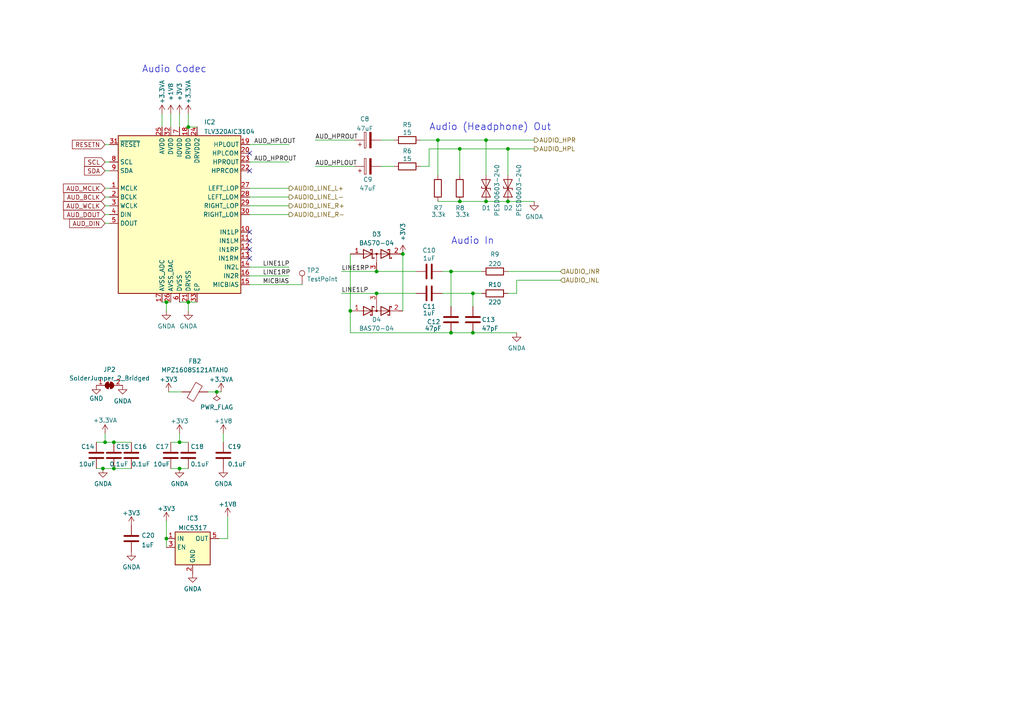
<source format=kicad_sch>
(kicad_sch (version 20211123) (generator eeschema)
  (paper "A4")
  (lib_symbols
    (symbol "Bela:MIC5317"
      (property "Reference" "U" (at 0 0 0))
      (property "Value" "MIC5317" (at 0 0 0))
      (symbol "MIC5317_0_1"
        (rectangle (start -5.08 -1.905) (end 5.08 -11.43) (stroke (width 0.254)) (fill (type background)))
      )
      (symbol "MIC5317_1_1"
        (pin power_in line (at -7.62 -3.81 0) (length 2.54) (name "IN") (number "1"))
        (pin power_in line (at 0 -13.97 90) (length 2.54) (name "GND") (number "2"))
        (pin input line (at -7.62 -6.35 0) (length 2.54) (name "EN") (number "3"))
        (pin power_out line (at 7.62 -3.81 180) (length 2.54) (name "OUT") (number "5"))
      )
    )
    (symbol "Bela:TLV320AIC3104"
      (property "Reference" "U" (at 0 0 0))
      (property "Value" "TLV320AIC3104" (at 0 0 0))
      (symbol "TLV320AIC3104_0_1"
        (rectangle (start -17.78 -13.97) (end 17.78 -59.69) (stroke (width 0.254)) (fill (type background)))
      )
      (symbol "TLV320AIC3104_1_1"
        (pin input line (at -20.32 -29.21 0) (length 2.54) (name "MCLK") (number "1"))
        (pin input line (at 20.32 -41.91 180) (length 2.54) (name "IN1LP") (number "10"))
        (pin input line (at 20.32 -44.45 180) (length 2.54) (name "IN1LM") (number "11"))
        (pin input line (at 20.32 -46.99 180) (length 2.54) (name "IN1RP") (number "12"))
        (pin input line (at 20.32 -49.53 180) (length 2.54) (name "IN1RM") (number "13"))
        (pin input line (at 20.32 -52.07 180) (length 2.54) (name "IN2L") (number "14"))
        (pin power_out line (at 20.32 -57.15 180) (length 2.54) (name "MICBIAS") (number "15"))
        (pin input line (at 20.32 -54.61 180) (length 2.54) (name "IN2R") (number "16"))
        (pin power_in line (at -5.08 -62.23 90) (length 2.54) (name "AVSS_ADC") (number "17"))
        (pin power_in line (at 2.54 -11.43 270) (length 2.54) (name "DRVDD") (number "18"))
        (pin output line (at 20.32 -16.51 180) (length 2.54) (name "HPLOUT") (number "19"))
        (pin bidirectional line (at -20.32 -31.75 0) (length 2.54) (name "BCLK") (number "2"))
        (pin output line (at 20.32 -19.05 180) (length 2.54) (name "HPLCOM") (number "20"))
        (pin power_in line (at 2.54 -62.23 90) (length 2.54) (name "DRVSS") (number "21"))
        (pin output line (at 20.32 -24.13 180) (length 2.54) (name "HPRCOM") (number "22"))
        (pin output line (at 20.32 -21.59 180) (length 2.54) (name "HPROUT") (number "23"))
        (pin power_in line (at 5.08 -11.43 270) (length 2.54) (name "DRVDD2") (number "24"))
        (pin power_in line (at -5.08 -11.43 270) (length 2.54) (name "AVDD") (number "25"))
        (pin power_in line (at -2.54 -62.23 90) (length 2.54) (name "AVSS_DAC") (number "26"))
        (pin output line (at 20.32 -29.21 180) (length 2.54) (name "LEFT_LOP") (number "27"))
        (pin output line (at 20.32 -31.75 180) (length 2.54) (name "LEFT_LOM") (number "28"))
        (pin output line (at 20.32 -34.29 180) (length 2.54) (name "RIGHT_LOP") (number "29"))
        (pin bidirectional line (at -20.32 -34.29 0) (length 2.54) (name "WCLK") (number "3"))
        (pin output line (at 20.32 -36.83 180) (length 2.54) (name "RIGHT_LOM") (number "30"))
        (pin input line (at -20.32 -16.51 0) (length 2.54) (name "~{RESET}") (number "31"))
        (pin power_in line (at -2.54 -11.43 270) (length 2.54) (name "DVDD") (number "32"))
        (pin power_in line (at 5.08 -62.23 90) (length 2.54) (name "EP") (number "33"))
        (pin input line (at -20.32 -36.83 0) (length 2.54) (name "DIN") (number "4"))
        (pin output line (at -20.32 -39.37 0) (length 2.54) (name "DOUT") (number "5"))
        (pin power_in line (at 0 -62.23 90) (length 2.54) (name "DVSS") (number "6"))
        (pin power_in line (at 0 -11.43 270) (length 2.54) (name "IOVDD") (number "7"))
        (pin bidirectional line (at -20.32 -21.59 0) (length 2.54) (name "SCL") (number "8"))
        (pin bidirectional line (at -20.32 -24.13 0) (length 2.54) (name "SDA") (number "9"))
      )
    )
    (symbol "Connector:TestPoint" (pin_numbers hide) (pin_names (offset 0.762) hide)
      (property "Reference" "TP" (at 0 6.858 0))
      (property "Value" "TestPoint" (at 0 5.08 0))
      (symbol "TestPoint_0_1"
        (circle (center 0 3.302) (radius 0.762))
      )
      (symbol "TestPoint_1_1"
        (pin passive line (at 0 0 90) (length 2.54) (name "1") (number "1"))
      )
    )
    (symbol "Device:C" (pin_numbers hide) (pin_names (offset 0.254))
      (property "Reference" "C" (at 0.635 2.54 0))
      (property "Value" "C" (at 0.635 -2.54 0))
      (symbol "C_0_1"
        (polyline (pts (xy -2.032 -0.762) (xy 2.032 -0.762)) (stroke (width 0.508)))
        (polyline (pts (xy -2.032 0.762) (xy 2.032 0.762)) (stroke (width 0.508)))
      )
      (symbol "C_1_1"
        (pin passive line (at 0 3.81 270) (length 2.794) (name "~") (number "1"))
        (pin passive line (at 0 -3.81 90) (length 2.794) (name "~") (number "2"))
      )
    )
    (symbol "Device:C_Polarized" (pin_numbers hide) (pin_names (offset 0.254))
      (property "Reference" "C" (at 0.635 2.54 0))
      (property "Value" "C_Polarized" (at 0.635 -2.54 0))
      (symbol "C_Polarized_0_1"
        (rectangle (start -2.286 0.508) (end 2.286 1.016))
        (polyline (pts (xy -1.778 2.286) (xy -0.762 2.286)))
        (polyline (pts (xy -1.27 2.794) (xy -1.27 1.778)))
        (rectangle (start 2.286 -0.508) (end -2.286 -1.016) (fill (type outline)))
      )
      (symbol "C_Polarized_1_1"
        (pin passive line (at 0 3.81 270) (length 2.794) (name "~") (number "1"))
        (pin passive line (at 0 -3.81 90) (length 2.794) (name "~") (number "2"))
      )
    )
    (symbol "Device:D_Schottky_Dual_Series_AKC" (pin_names (offset 0.762) hide)
      (property "Reference" "D" (at 1.27 -2.54 0))
      (property "Value" "D_Schottky_Dual_Series_AKC" (at 0 2.54 0))
      (symbol "D_Schottky_Dual_Series_AKC_0_1"
        (polyline (pts (xy -3.81 0) (xy 3.81 0)))
        (polyline (pts (xy 0 0) (xy 0 -2.54)))
        (polyline (pts (xy 6.35 0) (xy 7.62 0)))
        (polyline (pts (xy -1.27 -1.27) (xy -1.27 1.27) (xy -1.27 1.27)) (stroke (width 0.254)))
        (polyline (pts (xy 3.81 1.27) (xy 3.81 -1.27) (xy 3.81 -1.27)) (stroke (width 0.254)))
        (polyline (pts (xy -1.27 -1.27) (xy -0.762 -1.27) (xy -0.762 -1.016) (xy -0.762 -1.016)) (stroke (width 0.254)))
        (polyline (pts (xy 3.81 -1.27) (xy 4.318 -1.27) (xy 4.318 -1.016) (xy 4.318 -1.016)) (stroke (width 0.254)))
        (polyline (pts (xy 3.81 1.27) (xy 3.302 1.27) (xy 3.302 1.016) (xy 3.302 1.016)) (stroke (width 0.254)))
        (polyline (pts (xy -1.778 1.016) (xy -1.778 1.27) (xy -1.27 1.27) (xy -1.27 1.27) (xy -1.27 1.27)) (stroke (width 0.254)))
        (polyline (pts (xy -3.81 1.27) (xy -1.27 0) (xy -3.81 -1.27) (xy -3.81 1.27) (xy -3.81 1.27) (xy -3.81 1.27)) (stroke (width 0.254)))
        (polyline (pts (xy 1.27 1.27) (xy 3.81 0) (xy 1.27 -1.27) (xy 1.27 1.27) (xy 1.27 1.27) (xy 1.27 1.27)) (stroke (width 0.254)))
        (circle (center 0 0) (radius 0.254) (fill (type outline)))
        (pin passive line (at -7.62 0 0) (length 3.81) (name "A") (number "1"))
        (pin passive line (at 7.62 0 180) (length 3.81) (name "K") (number "2"))
        (pin passive line (at 0 -5.08 90) (length 2.54) (name "common") (number "3"))
      )
    )
    (symbol "Device:FerriteBead" (pin_numbers hide) (pin_names (offset 0))
      (property "Reference" "FB" (at -3.81 0.635 90))
      (property "Value" "FerriteBead" (at 3.81 0 90))
      (symbol "FerriteBead_0_1"
        (polyline (pts (xy 0 -1.27) (xy 0 -1.2192)))
        (polyline (pts (xy 0 1.27) (xy 0 1.2954)))
        (polyline (pts (xy -2.7686 0.4064) (xy -1.7018 2.2606) (xy 2.7686 -0.3048) (xy 1.6764 -2.159) (xy -2.7686 0.4064)))
      )
      (symbol "FerriteBead_1_1"
        (pin passive line (at 0 3.81 270) (length 2.54) (name "~") (number "1"))
        (pin passive line (at 0 -3.81 90) (length 2.54) (name "~") (number "2"))
      )
    )
    (symbol "Device:R" (pin_numbers hide) (pin_names (offset 0))
      (property "Reference" "R" (at 2.032 0 90))
      (property "Value" "R" (at 0 0 90))
      (symbol "R_0_1"
        (rectangle (start -1.016 -2.54) (end 1.016 2.54) (stroke (width 0.254)))
      )
      (symbol "R_1_1"
        (pin passive line (at 0 3.81 270) (length 1.27) (name "~") (number "1"))
        (pin passive line (at 0 -3.81 90) (length 1.27) (name "~") (number "2"))
      )
    )
    (symbol "Diode:ESD9B5.0ST5G" (pin_numbers hide) (pin_names (offset 1.016) hide)
      (property "Reference" "D" (at 0 2.54 0))
      (property "Value" "ESD9B5.0ST5G" (at 0 -2.54 0))
      (symbol "ESD9B5.0ST5G_0_1"
        (polyline (pts (xy 1.27 0) (xy -1.27 0)))
        (polyline (pts (xy -2.54 -1.27) (xy 0 0) (xy -2.54 1.27) (xy -2.54 -1.27)) (stroke (width 0.2032)))
        (polyline (pts (xy 0.508 1.27) (xy 0 1.27) (xy 0 -1.27) (xy -0.508 -1.27)) (stroke (width 0.2032)))
        (polyline (pts (xy 2.54 1.27) (xy 2.54 -1.27) (xy 0 0) (xy 2.54 1.27)) (stroke (width 0.2032)))
      )
      (symbol "ESD9B5.0ST5G_1_1"
        (pin passive line (at -3.81 0 0) (length 2.54) (name "A1") (number "1"))
        (pin passive line (at 3.81 0 180) (length 2.54) (name "A2") (number "2"))
      )
    )
    (symbol "Jumper:SolderJumper_2_Bridged" (pin_names (offset 0) hide)
      (property "Reference" "JP" (at 0 2.032 0))
      (property "Value" "SolderJumper_2_Bridged" (at 0 -2.54 0))
      (symbol "SolderJumper_2_Bridged_0_1"
        (rectangle (start -0.508 0.508) (end 0.508 -0.508) (fill (type outline)))
        (arc (start -0.254 1.016) (mid -1.27 0) (end -0.254 -1.016))
        (arc (start -0.254 1.016) (mid -1.27 0) (end -0.254 -1.016) (fill (type outline)))
        (polyline (pts (xy -0.254 1.016) (xy -0.254 -1.016)))
        (polyline (pts (xy 0.254 1.016) (xy 0.254 -1.016)))
        (arc (start 0.254 -1.016) (mid 1.27 0) (end 0.254 1.016))
        (arc (start 0.254 -1.016) (mid 1.27 0) (end 0.254 1.016) (fill (type outline)))
      )
      (symbol "SolderJumper_2_Bridged_1_1"
        (pin passive line (at -3.81 0 0) (length 2.54) (name "A") (number "1"))
        (pin passive line (at 3.81 0 180) (length 2.54) (name "B") (number "2"))
      )
    )
    (symbol "power:+1V8" (power) (pin_names (offset 0))
      (property "Value" "+1V8" (at 0 3.556 0))
      (symbol "+1V8_0_1"
        (polyline (pts (xy -0.762 1.27) (xy 0 2.54)))
        (polyline (pts (xy 0 0) (xy 0 2.54)))
        (polyline (pts (xy 0 2.54) (xy 0.762 1.27)))
      )
      (symbol "+1V8_1_1"
        (pin power_in line (at 0 0 90) (length 0) hide (name "+1V8") (number "1"))
      )
    )
    (symbol "power:+3.3VA" (power) (pin_names (offset 0))
      (property "Value" "+3.3VA" (at 0 3.556 0))
      (symbol "+3.3VA_0_1"
        (polyline (pts (xy -0.762 1.27) (xy 0 2.54)))
        (polyline (pts (xy 0 0) (xy 0 2.54)))
        (polyline (pts (xy 0 2.54) (xy 0.762 1.27)))
      )
      (symbol "+3.3VA_1_1"
        (pin power_in line (at 0 0 90) (length 0) hide (name "+3.3VA") (number "1"))
      )
    )
    (symbol "power:+3V3" (power) (pin_names (offset 0))
      (property "Value" "+3V3" (at 0 3.556 0))
      (symbol "+3V3_0_1"
        (polyline (pts (xy -0.762 1.27) (xy 0 2.54)))
        (polyline (pts (xy 0 0) (xy 0 2.54)))
        (polyline (pts (xy 0 2.54) (xy 0.762 1.27)))
      )
      (symbol "+3V3_1_1"
        (pin power_in line (at 0 0 90) (length 0) hide (name "+3V3") (number "1"))
      )
    )
    (symbol "power:GND" (power) (pin_names (offset 0))
      (property "Value" "GND" (at 0 -3.81 0))
      (symbol "GND_0_1"
        (polyline (pts (xy 0 0) (xy 0 -1.27) (xy 1.27 -1.27) (xy 0 -2.54) (xy -1.27 -1.27) (xy 0 -1.27)))
      )
      (symbol "GND_1_1"
        (pin power_in line (at 0 0 270) (length 0) hide (name "GND") (number "1"))
      )
    )
    (symbol "power:GNDA" (power) (pin_names (offset 0))
      (property "Value" "GNDA" (at 0 -3.81 0))
      (symbol "GNDA_0_1"
        (polyline (pts (xy 0 0) (xy 0 -1.27) (xy 1.27 -1.27) (xy 0 -2.54) (xy -1.27 -1.27) (xy 0 -1.27)))
      )
      (symbol "GNDA_1_1"
        (pin power_in line (at 0 0 270) (length 0) hide (name "GNDA") (number "1"))
      )
    )
    (symbol "power:PWR_FLAG" (power) (pin_numbers hide) (pin_names (offset 0) hide)
      (property "Value" "PWR_FLAG" (at 0 3.81 0))
      (symbol "PWR_FLAG_0_0"
        (pin power_out line (at 0 0 90) (length 0) (name "pwr") (number "1"))
      )
      (symbol "PWR_FLAG_0_1"
        (polyline (pts (xy 0 0) (xy 0 1.27) (xy -1.016 1.905) (xy 0 2.54) (xy 1.016 1.905) (xy 0 1.27)))
      )
    )
  )
  (junction (at 130.81 78.74))
  (junction (at 54.61 36.83))
  (junction (at 133.35 58.42))
  (junction (at 52.07 135.89))
  (junction (at 140.97 58.42))
  (junction (at 137.16 96.52))
  (junction (at 130.81 96.52))
  (junction (at 33.02 135.89))
  (junction (at 33.02 128.27))
  (junction (at 147.32 58.42))
  (junction (at 54.61 87.63))
  (junction (at 29.8512 135.89))
  (junction (at 116.84 73.66))
  (junction (at 48.26 156.21))
  (junction (at 127 40.64))
  (junction (at 109.22 78.74))
  (junction (at 62.865 113.665))
  (junction (at 137.16 85.09))
  (junction (at 48.26 87.63))
  (junction (at 101.6 90.17))
  (junction (at 147.32 43.18))
  (junction (at 52.07 128.27))
  (junction (at 133.35 43.18))
  (junction (at 109.22 85.09))
  (junction (at 140.97 40.64))
  (junction (at 30.48 128.27))
  (no_connect (at 72.39 67.31))
  (no_connect (at 72.39 69.85))
  (no_connect (at 72.39 72.39))
  (no_connect (at 72.39 74.93))
  (no_connect (at 72.39 44.45))
  (no_connect (at 72.39 49.53))
  (wire (pts (xy 30.48 125.73) (xy 30.48 128.27)))
  (wire (pts (xy 130.81 78.74) (xy 130.81 88.9)))
  (wire (pts (xy 149.86 85.09) (xy 149.86 81.28)))
  (wire (pts (xy 140.97 40.64) (xy 154.94 40.64)))
  (wire (pts (xy 62.865 113.665) (xy 64.135 113.665)))
  (wire (pts (xy 147.32 43.18) (xy 154.94 43.18)))
  (wire (pts (xy 116.84 73.66) (xy 116.84 90.17)))
  (wire (pts (xy 54.61 87.63) (xy 54.61 90.17)))
  (wire (pts (xy 133.35 43.18) (xy 133.35 50.8)))
  (wire (pts (xy 30.48 49.53) (xy 31.75 49.53)))
  (wire (pts (xy 54.61 33.02) (xy 54.61 36.83)))
  (wire (pts (xy 72.39 46.99) (xy 83.82 46.99)))
  (wire (pts (xy 49.53 33.02) (xy 49.53 36.83)))
  (wire (pts (xy 91.44 40.64) (xy 102.87 40.64)))
  (wire (pts (xy 30.48 62.23) (xy 31.75 62.23)))
  (wire (pts (xy 147.32 43.18) (xy 147.32 50.8)))
  (wire (pts (xy 130.81 96.52) (xy 137.16 96.52)))
  (wire (pts (xy 52.07 33.02) (xy 52.07 36.83)))
  (wire (pts (xy 48.26 87.63) (xy 49.53 87.63)))
  (wire (pts (xy 30.48 64.77) (xy 31.75 64.77)))
  (wire (pts (xy 49.53 128.27) (xy 52.07 128.27)))
  (wire (pts (xy 30.48 54.61) (xy 31.75 54.61)))
  (wire (pts (xy 72.39 41.91) (xy 83.82 41.91)))
  (wire (pts (xy 30.48 46.99) (xy 31.75 46.99)))
  (wire (pts (xy 48.26 151.13) (xy 48.26 156.21)))
  (wire (pts (xy 63.5 156.21) (xy 66.04 156.21)))
  (wire (pts (xy 33.02 128.27) (xy 38.1 128.27)))
  (wire (pts (xy 140.97 58.42) (xy 147.32 58.42)))
  (wire (pts (xy 49.53 135.89) (xy 52.07 135.89)))
  (wire (pts (xy 147.32 58.42) (xy 154.94 58.42)))
  (wire (pts (xy 137.16 96.52) (xy 149.86 96.52)))
  (wire (pts (xy 121.92 40.64) (xy 127 40.64)))
  (wire (pts (xy 72.39 57.15) (xy 83.82 57.15)))
  (wire (pts (xy 127 58.42) (xy 133.35 58.42)))
  (wire (pts (xy 140.97 40.64) (xy 140.97 50.8)))
  (wire (pts (xy 110.49 40.64) (xy 114.3 40.64)))
  (wire (pts (xy 101.6 96.52) (xy 130.81 96.52)))
  (wire (pts (xy 72.39 59.69) (xy 83.82 59.69)))
  (wire (pts (xy 48.26 156.21) (xy 48.26 158.75)))
  (wire (pts (xy 91.44 48.26) (xy 102.87 48.26)))
  (wire (pts (xy 46.99 33.02) (xy 46.99 36.83)))
  (wire (pts (xy 33.02 135.89) (xy 38.1 135.89)))
  (wire (pts (xy 124.46 48.26) (xy 124.46 43.18)))
  (wire (pts (xy 52.07 87.63) (xy 54.61 87.63)))
  (wire (pts (xy 147.32 85.09) (xy 149.86 85.09)))
  (wire (pts (xy 52.07 128.27) (xy 54.61 128.27)))
  (wire (pts (xy 48.26 87.63) (xy 48.26 90.17)))
  (wire (pts (xy 52.07 135.89) (xy 54.61 135.89)))
  (wire (pts (xy 30.48 57.15) (xy 31.75 57.15)))
  (wire (pts (xy 52.07 125.73) (xy 52.07 128.27)))
  (wire (pts (xy 48.895 113.665) (xy 52.705 113.665)))
  (wire (pts (xy 54.61 36.83) (xy 57.15 36.83)))
  (wire (pts (xy 99.06 78.74) (xy 109.22 78.74)))
  (wire (pts (xy 30.48 59.69) (xy 31.75 59.69)))
  (wire (pts (xy 133.35 58.42) (xy 140.97 58.42)))
  (wire (pts (xy 72.39 62.23) (xy 83.82 62.23)))
  (wire (pts (xy 128.27 78.74) (xy 130.81 78.74)))
  (wire (pts (xy 137.16 85.09) (xy 137.16 88.9)))
  (wire (pts (xy 130.81 78.74) (xy 139.7 78.74)))
  (wire (pts (xy 101.6 90.17) (xy 101.6 96.52)))
  (wire (pts (xy 60.325 113.665) (xy 62.865 113.665)))
  (wire (pts (xy 124.46 43.18) (xy 133.35 43.18)))
  (wire (pts (xy 29.8512 135.89) (xy 33.02 135.89)))
  (wire (pts (xy 109.22 85.09) (xy 120.65 85.09)))
  (wire (pts (xy 27.94 128.27) (xy 30.48 128.27)))
  (wire (pts (xy 147.32 78.74) (xy 162.56 78.74)))
  (wire (pts (xy 127 40.64) (xy 127 50.8)))
  (wire (pts (xy 30.48 128.27) (xy 33.02 128.27)))
  (wire (pts (xy 72.39 54.61) (xy 83.82 54.61)))
  (wire (pts (xy 72.39 80.01) (xy 83.82 80.01)))
  (wire (pts (xy 101.6 73.66) (xy 101.6 90.17)))
  (wire (pts (xy 66.04 156.21) (xy 66.04 149.86)))
  (wire (pts (xy 127 40.64) (xy 140.97 40.64)))
  (wire (pts (xy 27.94 135.89) (xy 29.8512 135.89)))
  (wire (pts (xy 149.86 81.28) (xy 162.56 81.28)))
  (wire (pts (xy 54.61 87.63) (xy 57.15 87.63)))
  (wire (pts (xy 72.39 77.47) (xy 83.82 77.47)))
  (wire (pts (xy 110.49 48.26) (xy 114.3 48.26)))
  (wire (pts (xy 137.16 85.09) (xy 139.7 85.09)))
  (wire (pts (xy 99.06 85.09) (xy 109.22 85.09)))
  (wire (pts (xy 121.92 48.26) (xy 124.46 48.26)))
  (wire (pts (xy 109.22 78.74) (xy 120.65 78.74)))
  (wire (pts (xy 46.99 87.63) (xy 48.26 87.63)))
  (wire (pts (xy 133.35 43.18) (xy 147.32 43.18)))
  (wire (pts (xy 72.39 82.55) (xy 87.63 82.55)))
  (wire (pts (xy 30.48 41.91) (xy 31.75 41.91)))
  (wire (pts (xy 128.27 85.09) (xy 137.16 85.09)))
  (wire (pts (xy 64.77 125.73) (xy 64.77 128.27)))
  (text "Audio (Headphone) Out" (at 124.46 38.1 0) (effects (font (size 2 2)) (justify left bottom)))
  (text "Audio In" (at 130.81 71.12 0) (effects (font (size 2 2)) (justify left bottom)))
  (text "Audio Codec" (at 41.148 21.336 0) (effects (font (size 2 2)) (justify left bottom)))
  (label "LINE1LP" (at 99.06 85.09 0))
  (label "AUD_HPLOUT" (at 73.66 41.91 0))
  (label "MICBIAS" (at 76.2 82.55 0))
  (label "LINE1RP" (at 99.06 78.74 0))
  (label "AUD_HPLOUT" (at 91.44 48.26 0))
  (label "AUD_HPROUT" (at 91.44 40.64 0))
  (label "AUD_HPROUT" (at 73.66 46.99 0))
  (label "LINE1LP" (at 76.2 77.47 0))
  (label "LINE1RP" (at 76.2 80.01 0))
  (global_label "AUD_DOUT" (shape input) (at 30.48 62.23 180) (property "Intersheet References" "${INTERSHEET_REFS}" (effects hide)))
  (global_label "AUD_BCLK" (shape input) (at 30.48 57.15 180) (property "Intersheet References" "${INTERSHEET_REFS}" (effects hide)))
  (global_label "RESETN" (shape input) (at 30.48 41.91 180) (property "Intersheet References" "${INTERSHEET_REFS}" (effects hide)))
  (global_label "SCL" (shape input) (at 30.48 46.99 180) (property "Intersheet References" "${INTERSHEET_REFS}" (effects hide)))
  (global_label "AUD_MCLK" (shape input) (at 30.48 54.61 180) (property "Intersheet References" "${INTERSHEET_REFS}" (effects hide)))
  (global_label "AUD_WCLK" (shape input) (at 30.48 59.69 180) (property "Intersheet References" "${INTERSHEET_REFS}" (effects hide)))
  (global_label "AUD_DIN" (shape input) (at 30.48 64.77 180) (property "Intersheet References" "${INTERSHEET_REFS}" (effects hide)))
  (global_label "SDA" (shape input) (at 30.48 49.53 180) (property "Intersheet References" "${INTERSHEET_REFS}" (effects hide)))
  (hierarchical_label "AUDIO_LINE_L-" (shape output) (at 83.82 57.15 0))
  (hierarchical_label "AUDIO_INR" (shape input) (at 162.56 78.74 0))
  (hierarchical_label "AUDIO_HPL" (shape output) (at 154.94 43.18 0))
  (hierarchical_label "AUDIO_INL" (shape input) (at 162.56 81.28 0))
  (hierarchical_label "AUDIO_LINE_L+" (shape output) (at 83.82 54.61 0))
  (hierarchical_label "AUDIO_LINE_R-" (shape output) (at 83.82 62.23 0))
  (hierarchical_label "AUDIO_HPR" (shape output) (at 154.94 40.64 0))
  (hierarchical_label "AUDIO_LINE_R+" (shape output) (at 83.82 59.69 0))
  (symbol (lib_id "power:+1V8") (at 64.77 125.73 0) (unit 1)
    (property "Reference" "#PWR022" (effects hide))
    (property "Value" "+1V8" (at 64.77 122.1255 0))
  )
  (symbol (lib_id "Device:C") (at 137.16 92.71 180) (unit 1)
    (property "Reference" "C13" (at 139.7 92.71 0) (effects (justify right)))
    (property "Value" "47pF" (at 139.7 95.25 0) (effects (justify right)))
    (property "Footprint" "Capacitor_SMD:C_0603_1608Metric" (effects hide))
  )
  (symbol (lib_id "Device:C") (at 27.94 132.08 0) (unit 1)
    (property "Reference" "C14" (at 23.495 129.54 0) (effects (justify left)))
    (property "Value" "10uF" (at 22.86 134.62 0) (effects (justify left)))
    (property "Footprint" "Capacitor_SMD:C_0603_1608Metric" (effects hide))
  )
  (symbol (lib_id "Device:R") (at 118.11 40.64 270) (unit 1)
    (property "Reference" "R5" (at 118.11 36.195 90))
    (property "Value" "15" (at 118.11 38.4326 90))
    (property "Footprint" "Resistor_SMD:R_0603_1608Metric" (effects hide))
  )
  (symbol (lib_id "Connector:TestPoint") (at 87.63 82.55 0) (unit 1)
    (property "Reference" "TP2" (at 89.027 78.4133 0) (effects (justify left)))
    (property "Value" "TestPoint" (at 89.027 80.9502 0) (effects (justify left)))
    (property "Footprint" "TestPoint:TestPoint_THTPad_D2.0mm_Drill1.0mm" (effects hide))
  )
  (symbol (lib_id "Device:C") (at 38.1 132.08 0) (unit 1)
    (property "Reference" "C16" (at 38.735 129.54 0) (effects (justify left)))
    (property "Value" "0.1uF" (at 38.1 134.62 0) (effects (justify left)))
    (property "Footprint" "Capacitor_SMD:C_0603_1608Metric" (effects hide))
  )
  (symbol (lib_id "Device:R") (at 143.51 78.74 90) (unit 1)
    (property "Reference" "R9" (at 143.51 73.7575 90))
    (property "Value" "220" (at 143.51 76.5326 90))
    (property "Footprint" "Resistor_SMD:R_0603_1608Metric" (effects hide))
  )
  (symbol (lib_id "Device:R") (at 133.35 54.61 180) (unit 1)
    (property "Reference" "R8" (at 132.08 60.325 0) (effects (justify right)))
    (property "Value" "3.3k" (at 132.08 62.23 0) (effects (justify right)))
    (property "Footprint" "Resistor_SMD:R_0603_1608Metric" (effects hide))
  )
  (symbol (lib_id "Diode:ESD9B5.0ST5G") (at 147.32 54.61 90) (unit 1)
    (property "Reference" "D2" (at 146.05 60.325 90) (effects (justify right)))
    (property "Value" "PESD0603-240" (at 150.495 47.625 0) (effects (justify right)))
    (property "Footprint" "Diode_SMD:D_0603_1608Metric" (effects hide))
    (property "Datasheet" "https://www.onsemi.com/pub/Collateral/ESD9B-D.PDF" (effects hide))
  )
  (symbol (lib_id "power:GNDA") (at 54.61 90.17 0) (unit 1)
    (property "Reference" "#PWR014" (effects hide))
    (property "Value" "GNDA" (at 54.61 94.6134 0))
  )
  (symbol (lib_id "power:GNDA") (at 64.77 135.89 0) (unit 1)
    (property "Reference" "#PWR025" (effects hide))
    (property "Value" "GNDA" (at 64.77 140.3334 0))
  )
  (symbol (lib_id "Bela:TLV320AIC3104") (at 52.07 25.4 0) (unit 1)
    (property "Reference" "IC2" (at 59.1694 35.4035 0) (effects (justify left)))
    (property "Value" "TLV320AIC3104" (at 59.1694 38.1786 0) (effects (justify left)))
    (property "Footprint" "Package_DFN_QFN:QFN-32-1EP_5x5mm_P0.5mm_EP3.3x3.3mm" (effects hide))
  )
  (symbol (lib_id "Device:D_Schottky_Dual_Series_AKC") (at 109.22 90.17 0) (mirror x) (unit 1)
    (property "Reference" "D4" (at 109.22 92.71 0))
    (property "Value" "BAS70-04" (at 109.22 95.25 0))
    (property "Footprint" "Package_TO_SOT_SMD:SOT-23" (effects hide))
  )
  (symbol (lib_id "Device:C_Polarized") (at 106.68 40.64 90) (unit 1)
    (property "Reference" "C8" (at 105.791 34.5145 90))
    (property "Value" "47uF" (at 105.791 37.2896 90))
    (property "Footprint" "Capacitor_SMD:C_1206_3216Metric" (effects hide))
  )
  (symbol (lib_id "power:GNDA") (at 29.8512 135.89 0) (unit 1)
    (property "Reference" "#PWR023" (effects hide))
    (property "Value" "GNDA" (at 29.8512 140.3334 0))
  )
  (symbol (lib_id "Device:C") (at 130.81 92.71 180) (unit 1)
    (property "Reference" "C12" (at 123.825 93.345 0) (effects (justify right)))
    (property "Value" "47pF" (at 123.19 95.25 0) (effects (justify right)))
    (property "Footprint" "Capacitor_SMD:C_0603_1608Metric" (effects hide))
  )
  (symbol (lib_id "power:+3.3VA") (at 46.99 33.02 0) (unit 1)
    (property "Reference" "#PWR07" (effects hide))
    (property "Value" "+3.3VA" (at 46.99 26.67 90))
  )
  (symbol (lib_id "power:PWR_FLAG") (at 62.865 113.665 180) (unit 1)
    (property "Reference" "#FLG0103" (effects hide))
    (property "Value" "PWR_FLAG" (at 62.865 118.1084 0))
  )
  (symbol (lib_id "power:+3V3") (at 52.07 33.02 0) (unit 1)
    (property "Reference" "#PWR09" (effects hide))
    (property "Value" "+3V3" (at 52.07 26.67 90))
  )
  (symbol (lib_id "Device:C") (at 64.77 132.08 0) (unit 1)
    (property "Reference" "C19" (at 66.04 129.54 0) (effects (justify left)))
    (property "Value" "0.1uF" (at 66.04 134.62 0) (effects (justify left)))
    (property "Footprint" "Capacitor_SMD:C_0603_1608Metric" (effects hide))
  )
  (symbol (lib_id "Diode:ESD9B5.0ST5G") (at 140.97 54.61 90) (unit 1)
    (property "Reference" "D1" (at 139.7 60.325 90) (effects (justify right)))
    (property "Value" "PESD0603-240" (at 144.145 47.625 0) (effects (justify right)))
    (property "Footprint" "Diode_SMD:D_0603_1608Metric" (effects hide))
    (property "Datasheet" "https://www.onsemi.com/pub/Collateral/ESD9B-D.PDF" (effects hide))
  )
  (symbol (lib_id "power:+3V3") (at 116.84 73.66 0) (unit 1)
    (property "Reference" "#PWR012" (effects hide))
    (property "Value" "+3V3" (at 116.84 67.31 90))
  )
  (symbol (lib_id "Device:R") (at 118.11 48.26 270) (unit 1)
    (property "Reference" "R6" (at 118.11 43.815 90))
    (property "Value" "15" (at 118.11 46.0526 90))
    (property "Footprint" "Resistor_SMD:R_0603_1608Metric" (effects hide))
  )
  (symbol (lib_id "Device:C") (at 38.1 156.21 0) (unit 1)
    (property "Reference" "C20" (at 41.021 155.3015 0) (effects (justify left)))
    (property "Value" "1uF" (at 41.021 158.0766 0) (effects (justify left)))
    (property "Footprint" "Capacitor_SMD:C_0603_1608Metric" (effects hide))
  )
  (symbol (lib_id "Device:FerriteBead") (at 56.515 113.665 90) (unit 1)
    (property "Reference" "FB2" (at 56.515 104.775 90))
    (property "Value" "MPZ1608S121ATAH0" (at 56.515 107.315 90))
    (property "Footprint" "Inductor_SMD:L_0603_1608Metric" (effects hide))
  )
  (symbol (lib_id "Bela:MIC5317") (at 55.88 152.4 0) (unit 1)
    (property "Reference" "IC3" (at 55.88 150.3385 0))
    (property "Value" "MIC5317" (at 55.88 153.1136 0))
    (property "Footprint" "Package_TO_SOT_SMD:SOT-23-5" (effects hide))
  )
  (symbol (lib_id "Device:D_Schottky_Dual_Series_AKC") (at 109.22 73.66 0) (unit 1)
    (property "Reference" "D3" (at 109.22 67.945 0))
    (property "Value" "BAS70-04" (at 109.22 70.485 0))
    (property "Footprint" "Package_TO_SOT_SMD:SOT-23" (effects hide))
  )
  (symbol (lib_id "power:GNDA") (at 55.88 166.37 0) (unit 1)
    (property "Reference" "#PWR030" (effects hide))
    (property "Value" "GNDA" (at 55.88 170.8134 0))
  )
  (symbol (lib_id "power:+1V8") (at 66.04 149.86 0) (unit 1)
    (property "Reference" "#PWR026" (effects hide))
    (property "Value" "+1V8" (at 66.04 146.2555 0))
  )
  (symbol (lib_id "power:+3.3VA") (at 64.135 113.665 0) (unit 1)
    (property "Reference" "#PWR019" (effects hide))
    (property "Value" "+3.3VA" (at 64.135 110.0605 0))
  )
  (symbol (lib_id "Device:C") (at 124.46 78.74 90) (unit 1)
    (property "Reference" "C10" (at 124.46 72.6145 90))
    (property "Value" "1uF" (at 124.46 74.93 90))
    (property "Footprint" "Capacitor_SMD:C_0603_1608Metric" (effects hide))
  )
  (symbol (lib_id "power:+3V3") (at 48.895 113.665 0) (unit 1)
    (property "Reference" "#PWR018" (effects hide))
    (property "Value" "+3V3" (at 48.895 110.0605 0))
  )
  (symbol (lib_id "Device:C") (at 49.53 132.08 0) (unit 1)
    (property "Reference" "C17" (at 45.085 129.54 0) (effects (justify left)))
    (property "Value" "10uF" (at 44.45 134.62 0) (effects (justify left)))
    (property "Footprint" "Capacitor_SMD:C_0603_1608Metric" (effects hide))
  )
  (symbol (lib_id "Jumper:SolderJumper_2_Bridged") (at 31.75 111.76 0) (unit 1)
    (property "Reference" "JP2" (at 31.75 107.1712 0))
    (property "Value" "SolderJumper_2_Bridged" (at 31.75 109.7081 0))
    (property "Footprint" "Jumper:SolderJumper-2_P1.3mm_Bridged_Pad1.0x1.5mm" (effects hide))
  )
  (symbol (lib_id "Device:C") (at 54.61 132.08 0) (unit 1)
    (property "Reference" "C18" (at 55.245 129.54 0) (effects (justify left)))
    (property "Value" "0.1uF" (at 55.245 134.62 0) (effects (justify left)))
    (property "Footprint" "Capacitor_SMD:C_0603_1608Metric" (effects hide))
  )
  (symbol (lib_id "power:+1V8") (at 49.53 33.02 0) (unit 1)
    (property "Reference" "#PWR08" (effects hide))
    (property "Value" "+1V8" (at 49.53 26.67 90))
  )
  (symbol (lib_id "power:+3.3VA") (at 54.61 33.02 0) (unit 1)
    (property "Reference" "#PWR010" (effects hide))
    (property "Value" "+3.3VA" (at 54.61 26.67 90))
  )
  (symbol (lib_id "power:+3V3") (at 52.07 125.73 0) (unit 1)
    (property "Reference" "#PWR021" (effects hide))
    (property "Value" "+3V3" (at 52.07 122.1255 0))
  )
  (symbol (lib_id "power:GNDA") (at 149.86 96.52 0) (unit 1)
    (property "Reference" "#PWR015" (effects hide))
    (property "Value" "GNDA" (at 149.86 100.9634 0))
  )
  (symbol (lib_id "power:+3V3") (at 38.1 152.4 0) (unit 1)
    (property "Reference" "#PWR028" (effects hide))
    (property "Value" "+3V3" (at 38.1 148.7955 0))
  )
  (symbol (lib_id "power:+3V3") (at 48.26 151.13 0) (unit 1)
    (property "Reference" "#PWR027" (effects hide))
    (property "Value" "+3V3" (at 48.26 147.5255 0))
  )
  (symbol (lib_id "power:GNDA") (at 48.26 90.17 0) (unit 1)
    (property "Reference" "#PWR013" (effects hide))
    (property "Value" "GNDA" (at 48.26 94.6134 0))
  )
  (symbol (lib_id "power:GNDA") (at 35.56 111.76 0) (unit 1)
    (property "Reference" "#PWR017" (effects hide))
    (property "Value" "GNDA" (at 35.56 116.3225 0))
  )
  (symbol (lib_id "Device:R") (at 127 54.61 180) (unit 1)
    (property "Reference" "R7" (at 125.73 60.325 0) (effects (justify right)))
    (property "Value" "3.3k" (at 125.095 62.23 0) (effects (justify right)))
    (property "Footprint" "Resistor_SMD:R_0603_1608Metric" (effects hide))
  )
  (symbol (lib_id "power:GND") (at 27.94 111.76 0) (mirror y) (unit 1)
    (property "Reference" "#PWR016" (effects hide))
    (property "Value" "GND" (at 27.94 115.57 0))
  )
  (symbol (lib_id "power:+3.3VA") (at 30.48 125.73 0) (unit 1)
    (property "Reference" "#PWR020" (effects hide))
    (property "Value" "+3.3VA" (at 30.48 121.92 0))
  )
  (symbol (lib_id "Device:R") (at 143.51 85.09 90) (unit 1)
    (property "Reference" "R10" (at 143.51 82.55 90))
    (property "Value" "220" (at 143.51 87.63 90))
    (property "Footprint" "Resistor_SMD:R_0603_1608Metric" (effects hide))
  )
  (symbol (lib_id "power:GNDA") (at 154.94 58.42 0) (unit 1)
    (property "Reference" "#PWR011" (effects hide))
    (property "Value" "GNDA" (at 154.94 62.8634 0))
  )
  (symbol (lib_id "Device:C") (at 124.46 85.09 90) (unit 1)
    (property "Reference" "C11" (at 124.46 88.9 90))
    (property "Value" "1uF" (at 124.46 90.805 90))
    (property "Footprint" "Capacitor_SMD:C_0603_1608Metric" (effects hide))
  )
  (symbol (lib_id "power:GNDA") (at 38.1 160.02 0) (unit 1)
    (property "Reference" "#PWR029" (effects hide))
    (property "Value" "GNDA" (at 38.1 164.4634 0))
  )
  (symbol (lib_id "Device:C_Polarized") (at 106.68 48.26 90) (unit 1)
    (property "Reference" "C9" (at 106.68 52.07 90))
    (property "Value" "47uF" (at 106.68 54.61 90))
    (property "Footprint" "Capacitor_SMD:C_1206_3216Metric" (effects hide))
  )
  (symbol (lib_id "Device:C") (at 33.02 132.08 0) (unit 1)
    (property "Reference" "C15" (at 33.655 129.54 0) (effects (justify left)))
    (property "Value" "0.1uF" (at 31.75 134.62 0) (effects (justify left)))
    (property "Footprint" "Capacitor_SMD:C_0603_1608Metric" (effects hide))
  )
  (symbol (lib_id "power:GNDA") (at 52.07 135.89 0) (unit 1)
    (property "Reference" "#PWR024" (effects hide))
    (property "Value" "GNDA" (at 52.07 140.3334 0))
  )
)
</source>
